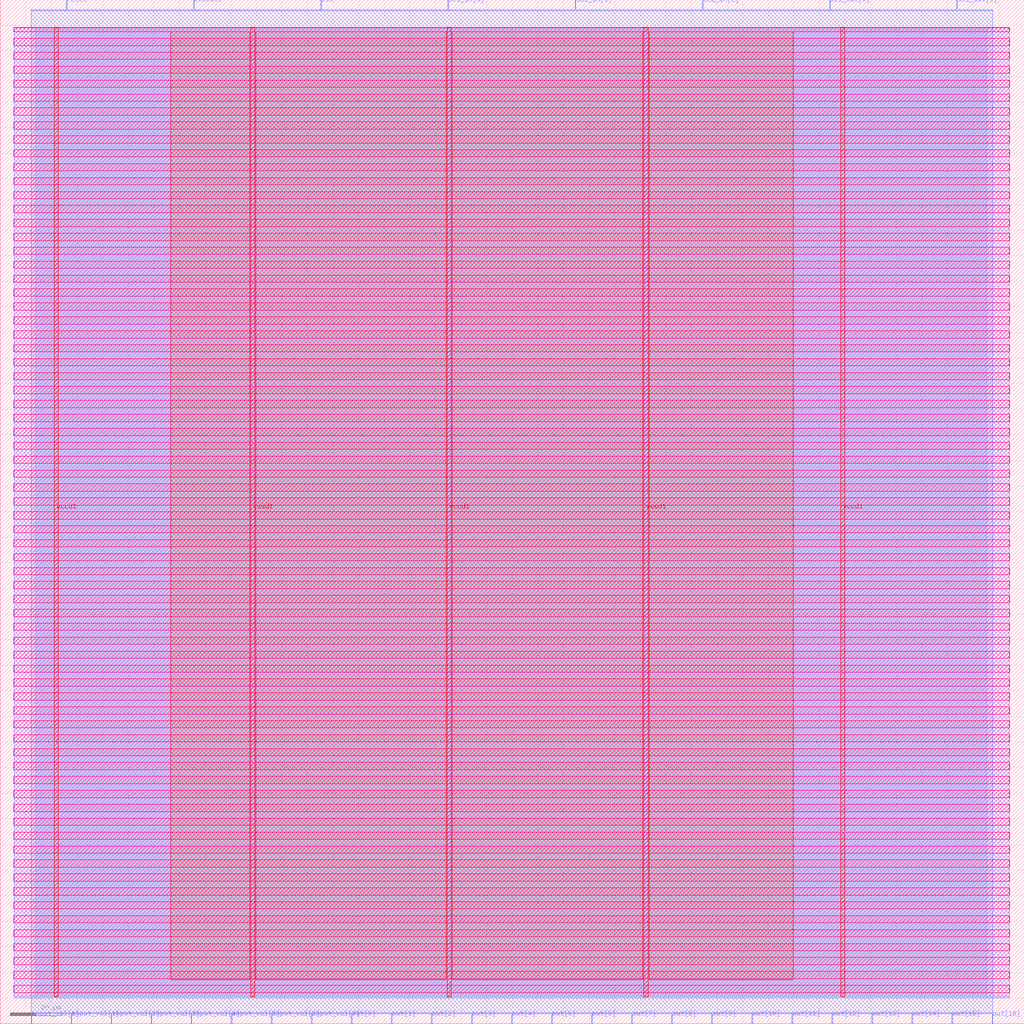
<source format=lef>
VERSION 5.7 ;
  NOWIREEXTENSIONATPIN ON ;
  DIVIDERCHAR "/" ;
  BUSBITCHARS "[]" ;
MACRO matrix_multiply
  CLASS BLOCK ;
  FOREIGN matrix_multiply ;
  ORIGIN 0.000 0.000 ;
  SIZE 400.000 BY 400.000 ;
  PIN clk
    DIRECTION INPUT ;
    USE SIGNAL ;
    PORT
      LAYER met2 ;
        RECT 125.210 396.000 125.490 400.000 ;
    END
  END clk
  PIN execute
    DIRECTION INPUT ;
    USE SIGNAL ;
    PORT
      LAYER met2 ;
        RECT 75.530 396.000 75.810 400.000 ;
    END
  END execute
  PIN input_val[0]
    DIRECTION INPUT ;
    USE SIGNAL ;
    PORT
      LAYER met2 ;
        RECT 12.050 0.000 12.330 4.000 ;
    END
  END input_val[0]
  PIN input_val[1]
    DIRECTION INPUT ;
    USE SIGNAL ;
    PORT
      LAYER met2 ;
        RECT 27.690 0.000 27.970 4.000 ;
    END
  END input_val[1]
  PIN input_val[2]
    DIRECTION INPUT ;
    USE SIGNAL ;
    PORT
      LAYER met2 ;
        RECT 43.330 0.000 43.610 4.000 ;
    END
  END input_val[2]
  PIN input_val[3]
    DIRECTION INPUT ;
    USE SIGNAL ;
    PORT
      LAYER met2 ;
        RECT 58.970 0.000 59.250 4.000 ;
    END
  END input_val[3]
  PIN input_val[4]
    DIRECTION INPUT ;
    USE SIGNAL ;
    PORT
      LAYER met2 ;
        RECT 74.610 0.000 74.890 4.000 ;
    END
  END input_val[4]
  PIN input_val[5]
    DIRECTION INPUT ;
    USE SIGNAL ;
    PORT
      LAYER met2 ;
        RECT 90.250 0.000 90.530 4.000 ;
    END
  END input_val[5]
  PIN input_val[6]
    DIRECTION INPUT ;
    USE SIGNAL ;
    PORT
      LAYER met2 ;
        RECT 105.890 0.000 106.170 4.000 ;
    END
  END input_val[6]
  PIN input_val[7]
    DIRECTION INPUT ;
    USE SIGNAL ;
    PORT
      LAYER met2 ;
        RECT 121.530 0.000 121.810 4.000 ;
    END
  END input_val[7]
  PIN out[0]
    DIRECTION OUTPUT TRISTATE ;
    USE SIGNAL ;
    PORT
      LAYER met2 ;
        RECT 137.170 0.000 137.450 4.000 ;
    END
  END out[0]
  PIN out[10]
    DIRECTION OUTPUT TRISTATE ;
    USE SIGNAL ;
    PORT
      LAYER met2 ;
        RECT 293.570 0.000 293.850 4.000 ;
    END
  END out[10]
  PIN out[11]
    DIRECTION OUTPUT TRISTATE ;
    USE SIGNAL ;
    PORT
      LAYER met2 ;
        RECT 309.210 0.000 309.490 4.000 ;
    END
  END out[11]
  PIN out[12]
    DIRECTION OUTPUT TRISTATE ;
    USE SIGNAL ;
    PORT
      LAYER met2 ;
        RECT 324.850 0.000 325.130 4.000 ;
    END
  END out[12]
  PIN out[13]
    DIRECTION OUTPUT TRISTATE ;
    USE SIGNAL ;
    PORT
      LAYER met2 ;
        RECT 340.490 0.000 340.770 4.000 ;
    END
  END out[13]
  PIN out[14]
    DIRECTION OUTPUT TRISTATE ;
    USE SIGNAL ;
    PORT
      LAYER met2 ;
        RECT 356.130 0.000 356.410 4.000 ;
    END
  END out[14]
  PIN out[15]
    DIRECTION OUTPUT TRISTATE ;
    USE SIGNAL ;
    PORT
      LAYER met2 ;
        RECT 371.770 0.000 372.050 4.000 ;
    END
  END out[15]
  PIN out[16]
    DIRECTION OUTPUT TRISTATE ;
    USE SIGNAL ;
    PORT
      LAYER met2 ;
        RECT 387.410 0.000 387.690 4.000 ;
    END
  END out[16]
  PIN out[1]
    DIRECTION OUTPUT TRISTATE ;
    USE SIGNAL ;
    PORT
      LAYER met2 ;
        RECT 152.810 0.000 153.090 4.000 ;
    END
  END out[1]
  PIN out[2]
    DIRECTION OUTPUT TRISTATE ;
    USE SIGNAL ;
    PORT
      LAYER met2 ;
        RECT 168.450 0.000 168.730 4.000 ;
    END
  END out[2]
  PIN out[3]
    DIRECTION OUTPUT TRISTATE ;
    USE SIGNAL ;
    PORT
      LAYER met2 ;
        RECT 184.090 0.000 184.370 4.000 ;
    END
  END out[3]
  PIN out[4]
    DIRECTION OUTPUT TRISTATE ;
    USE SIGNAL ;
    PORT
      LAYER met2 ;
        RECT 199.730 0.000 200.010 4.000 ;
    END
  END out[4]
  PIN out[5]
    DIRECTION OUTPUT TRISTATE ;
    USE SIGNAL ;
    PORT
      LAYER met2 ;
        RECT 215.370 0.000 215.650 4.000 ;
    END
  END out[5]
  PIN out[6]
    DIRECTION OUTPUT TRISTATE ;
    USE SIGNAL ;
    PORT
      LAYER met2 ;
        RECT 231.010 0.000 231.290 4.000 ;
    END
  END out[6]
  PIN out[7]
    DIRECTION OUTPUT TRISTATE ;
    USE SIGNAL ;
    PORT
      LAYER met2 ;
        RECT 246.650 0.000 246.930 4.000 ;
    END
  END out[7]
  PIN out[8]
    DIRECTION OUTPUT TRISTATE ;
    USE SIGNAL ;
    PORT
      LAYER met2 ;
        RECT 262.290 0.000 262.570 4.000 ;
    END
  END out[8]
  PIN out[9]
    DIRECTION OUTPUT TRISTATE ;
    USE SIGNAL ;
    PORT
      LAYER met2 ;
        RECT 277.930 0.000 278.210 4.000 ;
    END
  END out[9]
  PIN reset
    DIRECTION INPUT ;
    USE SIGNAL ;
    PORT
      LAYER met2 ;
        RECT 25.850 396.000 26.130 400.000 ;
    END
  END reset
  PIN sel_in[0]
    DIRECTION INPUT ;
    USE SIGNAL ;
    PORT
      LAYER met2 ;
        RECT 174.890 396.000 175.170 400.000 ;
    END
  END sel_in[0]
  PIN sel_in[1]
    DIRECTION INPUT ;
    USE SIGNAL ;
    PORT
      LAYER met2 ;
        RECT 224.570 396.000 224.850 400.000 ;
    END
  END sel_in[1]
  PIN sel_in[2]
    DIRECTION INPUT ;
    USE SIGNAL ;
    PORT
      LAYER met2 ;
        RECT 274.250 396.000 274.530 400.000 ;
    END
  END sel_in[2]
  PIN sel_out[0]
    DIRECTION INPUT ;
    USE SIGNAL ;
    PORT
      LAYER met2 ;
        RECT 323.930 396.000 324.210 400.000 ;
    END
  END sel_out[0]
  PIN sel_out[1]
    DIRECTION INPUT ;
    USE SIGNAL ;
    PORT
      LAYER met2 ;
        RECT 373.610 396.000 373.890 400.000 ;
    END
  END sel_out[1]
  PIN vccd1
    DIRECTION INOUT ;
    USE POWER ;
    PORT
      LAYER met4 ;
        RECT 21.040 10.640 22.640 389.200 ;
    END
    PORT
      LAYER met4 ;
        RECT 174.640 10.640 176.240 389.200 ;
    END
    PORT
      LAYER met4 ;
        RECT 328.240 10.640 329.840 389.200 ;
    END
  END vccd1
  PIN vssd1
    DIRECTION INOUT ;
    USE GROUND ;
    PORT
      LAYER met4 ;
        RECT 97.840 10.640 99.440 389.200 ;
    END
    PORT
      LAYER met4 ;
        RECT 251.440 10.640 253.040 389.200 ;
    END
  END vssd1
  OBS
      LAYER nwell ;
        RECT 5.330 387.545 394.410 389.150 ;
        RECT 5.330 382.105 394.410 384.935 ;
        RECT 5.330 376.665 394.410 379.495 ;
        RECT 5.330 371.225 394.410 374.055 ;
        RECT 5.330 365.785 394.410 368.615 ;
        RECT 5.330 360.345 394.410 363.175 ;
        RECT 5.330 354.905 394.410 357.735 ;
        RECT 5.330 349.465 394.410 352.295 ;
        RECT 5.330 344.025 394.410 346.855 ;
        RECT 5.330 338.585 394.410 341.415 ;
        RECT 5.330 333.145 394.410 335.975 ;
        RECT 5.330 327.705 394.410 330.535 ;
        RECT 5.330 322.265 394.410 325.095 ;
        RECT 5.330 316.825 394.410 319.655 ;
        RECT 5.330 311.385 394.410 314.215 ;
        RECT 5.330 305.945 394.410 308.775 ;
        RECT 5.330 300.505 394.410 303.335 ;
        RECT 5.330 295.065 394.410 297.895 ;
        RECT 5.330 289.625 394.410 292.455 ;
        RECT 5.330 284.185 394.410 287.015 ;
        RECT 5.330 278.745 394.410 281.575 ;
        RECT 5.330 273.305 394.410 276.135 ;
        RECT 5.330 267.865 394.410 270.695 ;
        RECT 5.330 262.425 394.410 265.255 ;
        RECT 5.330 256.985 394.410 259.815 ;
        RECT 5.330 251.545 394.410 254.375 ;
        RECT 5.330 246.105 394.410 248.935 ;
        RECT 5.330 240.665 394.410 243.495 ;
        RECT 5.330 235.225 394.410 238.055 ;
        RECT 5.330 229.785 394.410 232.615 ;
        RECT 5.330 224.345 394.410 227.175 ;
        RECT 5.330 218.905 394.410 221.735 ;
        RECT 5.330 213.465 394.410 216.295 ;
        RECT 5.330 208.025 394.410 210.855 ;
        RECT 5.330 202.585 394.410 205.415 ;
        RECT 5.330 197.145 394.410 199.975 ;
        RECT 5.330 191.705 394.410 194.535 ;
        RECT 5.330 186.265 394.410 189.095 ;
        RECT 5.330 180.825 394.410 183.655 ;
        RECT 5.330 175.385 394.410 178.215 ;
        RECT 5.330 169.945 394.410 172.775 ;
        RECT 5.330 164.505 394.410 167.335 ;
        RECT 5.330 159.065 394.410 161.895 ;
        RECT 5.330 153.625 394.410 156.455 ;
        RECT 5.330 148.185 394.410 151.015 ;
        RECT 5.330 142.745 394.410 145.575 ;
        RECT 5.330 137.305 394.410 140.135 ;
        RECT 5.330 131.865 394.410 134.695 ;
        RECT 5.330 126.425 394.410 129.255 ;
        RECT 5.330 120.985 394.410 123.815 ;
        RECT 5.330 115.545 394.410 118.375 ;
        RECT 5.330 110.105 394.410 112.935 ;
        RECT 5.330 104.665 394.410 107.495 ;
        RECT 5.330 99.225 394.410 102.055 ;
        RECT 5.330 93.785 394.410 96.615 ;
        RECT 5.330 88.345 394.410 91.175 ;
        RECT 5.330 82.905 394.410 85.735 ;
        RECT 5.330 77.465 394.410 80.295 ;
        RECT 5.330 72.025 394.410 74.855 ;
        RECT 5.330 66.585 394.410 69.415 ;
        RECT 5.330 61.145 394.410 63.975 ;
        RECT 5.330 55.705 394.410 58.535 ;
        RECT 5.330 50.265 394.410 53.095 ;
        RECT 5.330 44.825 394.410 47.655 ;
        RECT 5.330 39.385 394.410 42.215 ;
        RECT 5.330 33.945 394.410 36.775 ;
        RECT 5.330 28.505 394.410 31.335 ;
        RECT 5.330 23.065 394.410 25.895 ;
        RECT 5.330 17.625 394.410 20.455 ;
        RECT 5.330 12.185 394.410 15.015 ;
      LAYER li1 ;
        RECT 5.520 10.795 394.220 389.045 ;
      LAYER met1 ;
        RECT 5.520 10.240 394.220 389.200 ;
      LAYER met2 ;
        RECT 12.060 395.720 25.570 396.000 ;
        RECT 26.410 395.720 75.250 396.000 ;
        RECT 76.090 395.720 124.930 396.000 ;
        RECT 125.770 395.720 174.610 396.000 ;
        RECT 175.450 395.720 224.290 396.000 ;
        RECT 225.130 395.720 273.970 396.000 ;
        RECT 274.810 395.720 323.650 396.000 ;
        RECT 324.490 395.720 373.330 396.000 ;
        RECT 374.170 395.720 387.680 396.000 ;
        RECT 12.060 4.280 387.680 395.720 ;
        RECT 12.610 4.000 27.410 4.280 ;
        RECT 28.250 4.000 43.050 4.280 ;
        RECT 43.890 4.000 58.690 4.280 ;
        RECT 59.530 4.000 74.330 4.280 ;
        RECT 75.170 4.000 89.970 4.280 ;
        RECT 90.810 4.000 105.610 4.280 ;
        RECT 106.450 4.000 121.250 4.280 ;
        RECT 122.090 4.000 136.890 4.280 ;
        RECT 137.730 4.000 152.530 4.280 ;
        RECT 153.370 4.000 168.170 4.280 ;
        RECT 169.010 4.000 183.810 4.280 ;
        RECT 184.650 4.000 199.450 4.280 ;
        RECT 200.290 4.000 215.090 4.280 ;
        RECT 215.930 4.000 230.730 4.280 ;
        RECT 231.570 4.000 246.370 4.280 ;
        RECT 247.210 4.000 262.010 4.280 ;
        RECT 262.850 4.000 277.650 4.280 ;
        RECT 278.490 4.000 293.290 4.280 ;
        RECT 294.130 4.000 308.930 4.280 ;
        RECT 309.770 4.000 324.570 4.280 ;
        RECT 325.410 4.000 340.210 4.280 ;
        RECT 341.050 4.000 355.850 4.280 ;
        RECT 356.690 4.000 371.490 4.280 ;
        RECT 372.330 4.000 387.130 4.280 ;
      LAYER met3 ;
        RECT 13.865 10.715 385.415 389.125 ;
      LAYER met4 ;
        RECT 66.535 17.175 97.440 387.425 ;
        RECT 99.840 17.175 174.240 387.425 ;
        RECT 176.640 17.175 251.040 387.425 ;
        RECT 253.440 17.175 309.745 387.425 ;
  END
END matrix_multiply
END LIBRARY


</source>
